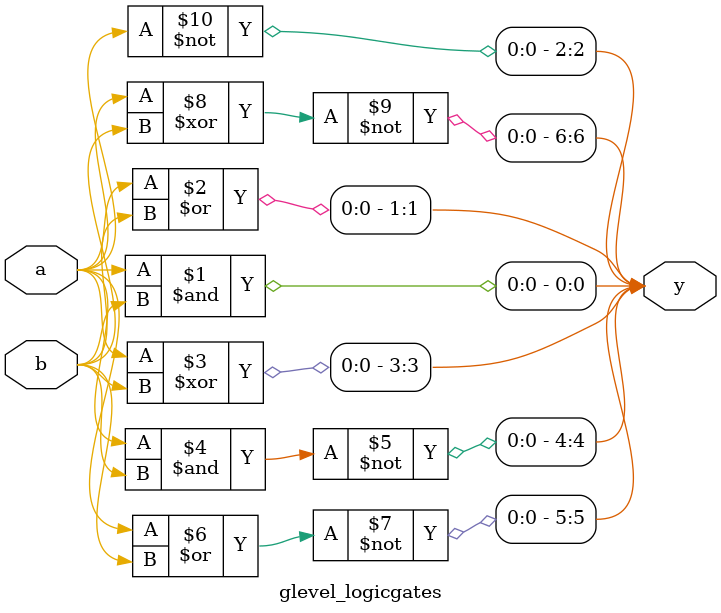
<source format=sv>
module glevel_logicgates(input a,b,output [6:0] y);
 //   wire [7:0] y; no need to declare again explicitly
    and(y[0],a,b);  //and gate
    or(y[1],a,b);   //or gate
    not(y[2],a);    //not gate
    xor(y[3],a,b);  //xor gate
    nand(y[4],a,b); //nand gate
    nor(y[5],a,b);  //nor gate
    xnor(y[6],a,b); //xnor gate
endmodule

</source>
